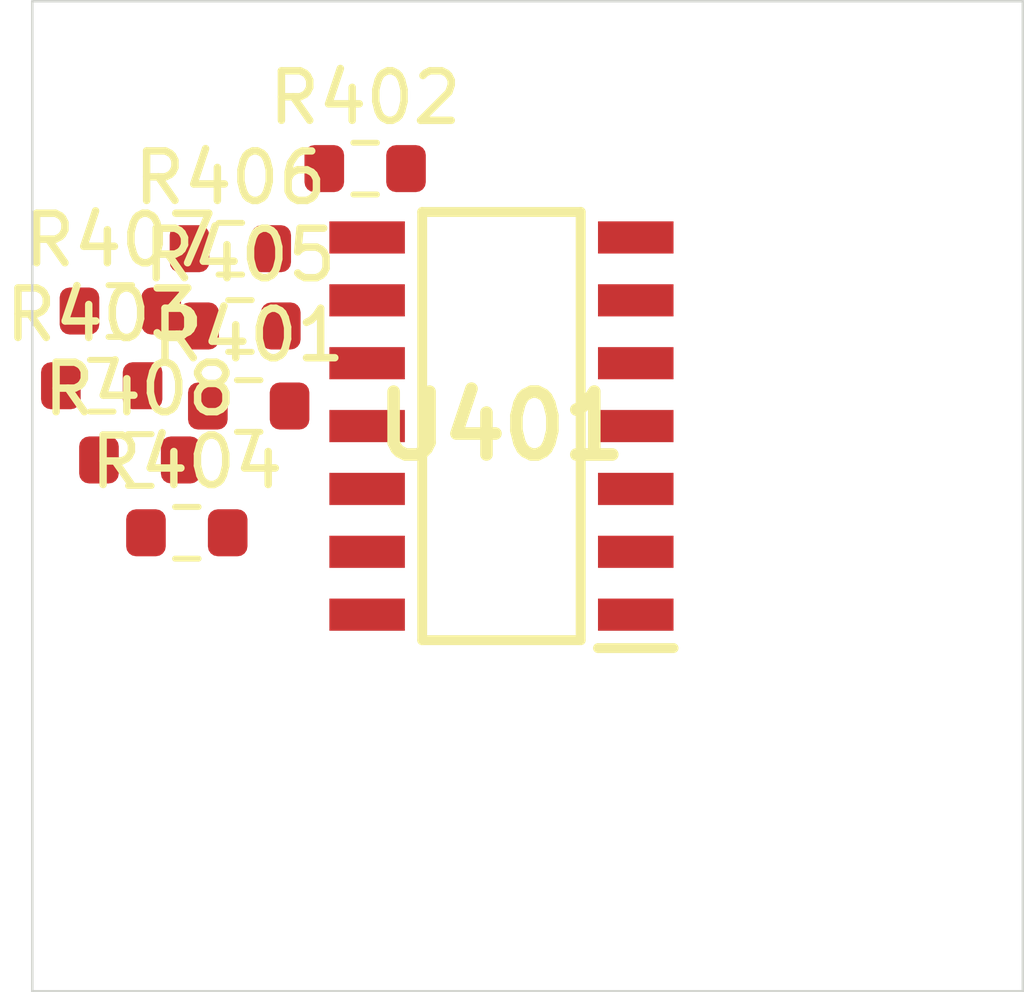
<source format=kicad_pcb>
 ( kicad_pcb  ( version 20171130 )
 ( host pcbnew 5.1.12-84ad8e8a86~92~ubuntu18.04.1 )
 ( general  ( thickness 1.6 )
 ( drawings 4 )
 ( tracks 0 )
 ( zones 0 )
 ( modules 9 )
 ( nets 14 )
)
 ( page A4 )
 ( layers  ( 0 F.Cu signal )
 ( 31 B.Cu signal )
 ( 32 B.Adhes user )
 ( 33 F.Adhes user )
 ( 34 B.Paste user )
 ( 35 F.Paste user )
 ( 36 B.SilkS user )
 ( 37 F.SilkS user )
 ( 38 B.Mask user )
 ( 39 F.Mask user )
 ( 40 Dwgs.User user )
 ( 41 Cmts.User user )
 ( 42 Eco1.User user )
 ( 43 Eco2.User user )
 ( 44 Edge.Cuts user )
 ( 45 Margin user )
 ( 46 B.CrtYd user )
 ( 47 F.CrtYd user )
 ( 48 B.Fab user )
 ( 49 F.Fab user )
)
 ( setup  ( last_trace_width 0.25 )
 ( trace_clearance 0.2 )
 ( zone_clearance 0.508 )
 ( zone_45_only no )
 ( trace_min 0.2 )
 ( via_size 0.8 )
 ( via_drill 0.4 )
 ( via_min_size 0.4 )
 ( via_min_drill 0.3 )
 ( uvia_size 0.3 )
 ( uvia_drill 0.1 )
 ( uvias_allowed no )
 ( uvia_min_size 0.2 )
 ( uvia_min_drill 0.1 )
 ( edge_width 0.05 )
 ( segment_width 0.2 )
 ( pcb_text_width 0.3 )
 ( pcb_text_size 1.5 1.5 )
 ( mod_edge_width 0.12 )
 ( mod_text_size 1 1 )
 ( mod_text_width 0.15 )
 ( pad_size 1.524 1.524 )
 ( pad_drill 0.762 )
 ( pad_to_mask_clearance 0 )
 ( aux_axis_origin 0 0 )
 ( visible_elements FFFFFF7F )
 ( pcbplotparams  ( layerselection 0x010fc_ffffffff )
 ( usegerberextensions false )
 ( usegerberattributes true )
 ( usegerberadvancedattributes true )
 ( creategerberjobfile true )
 ( excludeedgelayer true )
 ( linewidth 0.100000 )
 ( plotframeref false )
 ( viasonmask false )
 ( mode 1 )
 ( useauxorigin false )
 ( hpglpennumber 1 )
 ( hpglpenspeed 20 )
 ( hpglpendiameter 15.000000 )
 ( psnegative false )
 ( psa4output false )
 ( plotreference true )
 ( plotvalue true )
 ( plotinvisibletext false )
 ( padsonsilk false )
 ( subtractmaskfromsilk false )
 ( outputformat 1 )
 ( mirror false )
 ( drillshape 1 )
 ( scaleselection 1 )
 ( outputdirectory "" )
)
)
 ( net 0 "" )
 ( net 1 /Sheet6235D886/vp )
 ( net 2 /Sheet6248AD22/chn0 )
 ( net 3 /Sheet6248AD22/chn1 )
 ( net 4 /Sheet6248AD22/chn2 )
 ( net 5 /Sheet6248AD22/chn3 )
 ( net 6 "Net-(R401-Pad2)" )
 ( net 7 "Net-(R402-Pad2)" )
 ( net 8 "Net-(R403-Pad2)" )
 ( net 9 "Net-(R404-Pad2)" )
 ( net 10 /Sheet6248AD22/chn0_n )
 ( net 11 /Sheet6248AD22/chn1_n )
 ( net 12 /Sheet6248AD22/chn2_n )
 ( net 13 /Sheet6248AD22/chn3_n )
 ( net_class Default "This is the default net class."  ( clearance 0.2 )
 ( trace_width 0.25 )
 ( via_dia 0.8 )
 ( via_drill 0.4 )
 ( uvia_dia 0.3 )
 ( uvia_drill 0.1 )
 ( add_net /Sheet6235D886/vp )
 ( add_net /Sheet6248AD22/chn0 )
 ( add_net /Sheet6248AD22/chn0_n )
 ( add_net /Sheet6248AD22/chn1 )
 ( add_net /Sheet6248AD22/chn1_n )
 ( add_net /Sheet6248AD22/chn2 )
 ( add_net /Sheet6248AD22/chn2_n )
 ( add_net /Sheet6248AD22/chn3 )
 ( add_net /Sheet6248AD22/chn3_n )
 ( add_net "Net-(R401-Pad2)" )
 ( add_net "Net-(R402-Pad2)" )
 ( add_net "Net-(R403-Pad2)" )
 ( add_net "Net-(R404-Pad2)" )
)
 ( module Resistor_SMD:R_0603_1608Metric  ( layer F.Cu )
 ( tedit 5F68FEEE )
 ( tstamp 623425C8 )
 ( at 84.369800 108.177000 )
 ( descr "Resistor SMD 0603 (1608 Metric), square (rectangular) end terminal, IPC_7351 nominal, (Body size source: IPC-SM-782 page 72, https://www.pcb-3d.com/wordpress/wp-content/uploads/ipc-sm-782a_amendment_1_and_2.pdf), generated with kicad-footprint-generator" )
 ( tags resistor )
 ( path /6248AD23/6249ADFD )
 ( attr smd )
 ( fp_text reference R401  ( at 0 -1.43 )
 ( layer F.SilkS )
 ( effects  ( font  ( size 1 1 )
 ( thickness 0.15 )
)
)
)
 ( fp_text value 10M  ( at 0 1.43 )
 ( layer F.Fab )
 ( effects  ( font  ( size 1 1 )
 ( thickness 0.15 )
)
)
)
 ( fp_line  ( start -0.8 0.4125 )
 ( end -0.8 -0.4125 )
 ( layer F.Fab )
 ( width 0.1 )
)
 ( fp_line  ( start -0.8 -0.4125 )
 ( end 0.8 -0.4125 )
 ( layer F.Fab )
 ( width 0.1 )
)
 ( fp_line  ( start 0.8 -0.4125 )
 ( end 0.8 0.4125 )
 ( layer F.Fab )
 ( width 0.1 )
)
 ( fp_line  ( start 0.8 0.4125 )
 ( end -0.8 0.4125 )
 ( layer F.Fab )
 ( width 0.1 )
)
 ( fp_line  ( start -0.237258 -0.5225 )
 ( end 0.237258 -0.5225 )
 ( layer F.SilkS )
 ( width 0.12 )
)
 ( fp_line  ( start -0.237258 0.5225 )
 ( end 0.237258 0.5225 )
 ( layer F.SilkS )
 ( width 0.12 )
)
 ( fp_line  ( start -1.48 0.73 )
 ( end -1.48 -0.73 )
 ( layer F.CrtYd )
 ( width 0.05 )
)
 ( fp_line  ( start -1.48 -0.73 )
 ( end 1.48 -0.73 )
 ( layer F.CrtYd )
 ( width 0.05 )
)
 ( fp_line  ( start 1.48 -0.73 )
 ( end 1.48 0.73 )
 ( layer F.CrtYd )
 ( width 0.05 )
)
 ( fp_line  ( start 1.48 0.73 )
 ( end -1.48 0.73 )
 ( layer F.CrtYd )
 ( width 0.05 )
)
 ( fp_text user %R  ( at 0 0 )
 ( layer F.Fab )
 ( effects  ( font  ( size 0.4 0.4 )
 ( thickness 0.06 )
)
)
)
 ( pad 2 smd roundrect  ( at 0.825 0 )
 ( size 0.8 0.95 )
 ( layers F.Cu F.Mask F.Paste )
 ( roundrect_rratio 0.25 )
 ( net 6 "Net-(R401-Pad2)" )
)
 ( pad 1 smd roundrect  ( at -0.825 0 )
 ( size 0.8 0.95 )
 ( layers F.Cu F.Mask F.Paste )
 ( roundrect_rratio 0.25 )
 ( net 10 /Sheet6248AD22/chn0_n )
)
 ( model ${KISYS3DMOD}/Resistor_SMD.3dshapes/R_0603_1608Metric.wrl  ( at  ( xyz 0 0 0 )
)
 ( scale  ( xyz 1 1 1 )
)
 ( rotate  ( xyz 0 0 0 )
)
)
)
 ( module Resistor_SMD:R_0603_1608Metric  ( layer F.Cu )
 ( tedit 5F68FEEE )
 ( tstamp 623425D9 )
 ( at 86.721000 103.381000 )
 ( descr "Resistor SMD 0603 (1608 Metric), square (rectangular) end terminal, IPC_7351 nominal, (Body size source: IPC-SM-782 page 72, https://www.pcb-3d.com/wordpress/wp-content/uploads/ipc-sm-782a_amendment_1_and_2.pdf), generated with kicad-footprint-generator" )
 ( tags resistor )
 ( path /6248AD23/6249B75E )
 ( attr smd )
 ( fp_text reference R402  ( at 0 -1.43 )
 ( layer F.SilkS )
 ( effects  ( font  ( size 1 1 )
 ( thickness 0.15 )
)
)
)
 ( fp_text value 10M  ( at 0 1.43 )
 ( layer F.Fab )
 ( effects  ( font  ( size 1 1 )
 ( thickness 0.15 )
)
)
)
 ( fp_line  ( start 1.48 0.73 )
 ( end -1.48 0.73 )
 ( layer F.CrtYd )
 ( width 0.05 )
)
 ( fp_line  ( start 1.48 -0.73 )
 ( end 1.48 0.73 )
 ( layer F.CrtYd )
 ( width 0.05 )
)
 ( fp_line  ( start -1.48 -0.73 )
 ( end 1.48 -0.73 )
 ( layer F.CrtYd )
 ( width 0.05 )
)
 ( fp_line  ( start -1.48 0.73 )
 ( end -1.48 -0.73 )
 ( layer F.CrtYd )
 ( width 0.05 )
)
 ( fp_line  ( start -0.237258 0.5225 )
 ( end 0.237258 0.5225 )
 ( layer F.SilkS )
 ( width 0.12 )
)
 ( fp_line  ( start -0.237258 -0.5225 )
 ( end 0.237258 -0.5225 )
 ( layer F.SilkS )
 ( width 0.12 )
)
 ( fp_line  ( start 0.8 0.4125 )
 ( end -0.8 0.4125 )
 ( layer F.Fab )
 ( width 0.1 )
)
 ( fp_line  ( start 0.8 -0.4125 )
 ( end 0.8 0.4125 )
 ( layer F.Fab )
 ( width 0.1 )
)
 ( fp_line  ( start -0.8 -0.4125 )
 ( end 0.8 -0.4125 )
 ( layer F.Fab )
 ( width 0.1 )
)
 ( fp_line  ( start -0.8 0.4125 )
 ( end -0.8 -0.4125 )
 ( layer F.Fab )
 ( width 0.1 )
)
 ( fp_text user %R  ( at 0 0 )
 ( layer F.Fab )
 ( effects  ( font  ( size 0.4 0.4 )
 ( thickness 0.06 )
)
)
)
 ( pad 1 smd roundrect  ( at -0.825 0 )
 ( size 0.8 0.95 )
 ( layers F.Cu F.Mask F.Paste )
 ( roundrect_rratio 0.25 )
 ( net 11 /Sheet6248AD22/chn1_n )
)
 ( pad 2 smd roundrect  ( at 0.825 0 )
 ( size 0.8 0.95 )
 ( layers F.Cu F.Mask F.Paste )
 ( roundrect_rratio 0.25 )
 ( net 7 "Net-(R402-Pad2)" )
)
 ( model ${KISYS3DMOD}/Resistor_SMD.3dshapes/R_0603_1608Metric.wrl  ( at  ( xyz 0 0 0 )
)
 ( scale  ( xyz 1 1 1 )
)
 ( rotate  ( xyz 0 0 0 )
)
)
)
 ( module Resistor_SMD:R_0603_1608Metric  ( layer F.Cu )
 ( tedit 5F68FEEE )
 ( tstamp 623425EA )
 ( at 81.401900 107.767000 )
 ( descr "Resistor SMD 0603 (1608 Metric), square (rectangular) end terminal, IPC_7351 nominal, (Body size source: IPC-SM-782 page 72, https://www.pcb-3d.com/wordpress/wp-content/uploads/ipc-sm-782a_amendment_1_and_2.pdf), generated with kicad-footprint-generator" )
 ( tags resistor )
 ( path /6248AD23/6249FB7A )
 ( attr smd )
 ( fp_text reference R403  ( at 0 -1.43 )
 ( layer F.SilkS )
 ( effects  ( font  ( size 1 1 )
 ( thickness 0.15 )
)
)
)
 ( fp_text value 10M  ( at 0 1.43 )
 ( layer F.Fab )
 ( effects  ( font  ( size 1 1 )
 ( thickness 0.15 )
)
)
)
 ( fp_line  ( start 1.48 0.73 )
 ( end -1.48 0.73 )
 ( layer F.CrtYd )
 ( width 0.05 )
)
 ( fp_line  ( start 1.48 -0.73 )
 ( end 1.48 0.73 )
 ( layer F.CrtYd )
 ( width 0.05 )
)
 ( fp_line  ( start -1.48 -0.73 )
 ( end 1.48 -0.73 )
 ( layer F.CrtYd )
 ( width 0.05 )
)
 ( fp_line  ( start -1.48 0.73 )
 ( end -1.48 -0.73 )
 ( layer F.CrtYd )
 ( width 0.05 )
)
 ( fp_line  ( start -0.237258 0.5225 )
 ( end 0.237258 0.5225 )
 ( layer F.SilkS )
 ( width 0.12 )
)
 ( fp_line  ( start -0.237258 -0.5225 )
 ( end 0.237258 -0.5225 )
 ( layer F.SilkS )
 ( width 0.12 )
)
 ( fp_line  ( start 0.8 0.4125 )
 ( end -0.8 0.4125 )
 ( layer F.Fab )
 ( width 0.1 )
)
 ( fp_line  ( start 0.8 -0.4125 )
 ( end 0.8 0.4125 )
 ( layer F.Fab )
 ( width 0.1 )
)
 ( fp_line  ( start -0.8 -0.4125 )
 ( end 0.8 -0.4125 )
 ( layer F.Fab )
 ( width 0.1 )
)
 ( fp_line  ( start -0.8 0.4125 )
 ( end -0.8 -0.4125 )
 ( layer F.Fab )
 ( width 0.1 )
)
 ( fp_text user %R  ( at 0 0 )
 ( layer F.Fab )
 ( effects  ( font  ( size 0.4 0.4 )
 ( thickness 0.06 )
)
)
)
 ( pad 1 smd roundrect  ( at -0.825 0 )
 ( size 0.8 0.95 )
 ( layers F.Cu F.Mask F.Paste )
 ( roundrect_rratio 0.25 )
 ( net 12 /Sheet6248AD22/chn2_n )
)
 ( pad 2 smd roundrect  ( at 0.825 0 )
 ( size 0.8 0.95 )
 ( layers F.Cu F.Mask F.Paste )
 ( roundrect_rratio 0.25 )
 ( net 8 "Net-(R403-Pad2)" )
)
 ( model ${KISYS3DMOD}/Resistor_SMD.3dshapes/R_0603_1608Metric.wrl  ( at  ( xyz 0 0 0 )
)
 ( scale  ( xyz 1 1 1 )
)
 ( rotate  ( xyz 0 0 0 )
)
)
)
 ( module Resistor_SMD:R_0603_1608Metric  ( layer F.Cu )
 ( tedit 5F68FEEE )
 ( tstamp 623425FB )
 ( at 83.120500 110.738000 )
 ( descr "Resistor SMD 0603 (1608 Metric), square (rectangular) end terminal, IPC_7351 nominal, (Body size source: IPC-SM-782 page 72, https://www.pcb-3d.com/wordpress/wp-content/uploads/ipc-sm-782a_amendment_1_and_2.pdf), generated with kicad-footprint-generator" )
 ( tags resistor )
 ( path /6248AD23/6249FB74 )
 ( attr smd )
 ( fp_text reference R404  ( at 0 -1.43 )
 ( layer F.SilkS )
 ( effects  ( font  ( size 1 1 )
 ( thickness 0.15 )
)
)
)
 ( fp_text value 10M  ( at 0 1.43 )
 ( layer F.Fab )
 ( effects  ( font  ( size 1 1 )
 ( thickness 0.15 )
)
)
)
 ( fp_line  ( start -0.8 0.4125 )
 ( end -0.8 -0.4125 )
 ( layer F.Fab )
 ( width 0.1 )
)
 ( fp_line  ( start -0.8 -0.4125 )
 ( end 0.8 -0.4125 )
 ( layer F.Fab )
 ( width 0.1 )
)
 ( fp_line  ( start 0.8 -0.4125 )
 ( end 0.8 0.4125 )
 ( layer F.Fab )
 ( width 0.1 )
)
 ( fp_line  ( start 0.8 0.4125 )
 ( end -0.8 0.4125 )
 ( layer F.Fab )
 ( width 0.1 )
)
 ( fp_line  ( start -0.237258 -0.5225 )
 ( end 0.237258 -0.5225 )
 ( layer F.SilkS )
 ( width 0.12 )
)
 ( fp_line  ( start -0.237258 0.5225 )
 ( end 0.237258 0.5225 )
 ( layer F.SilkS )
 ( width 0.12 )
)
 ( fp_line  ( start -1.48 0.73 )
 ( end -1.48 -0.73 )
 ( layer F.CrtYd )
 ( width 0.05 )
)
 ( fp_line  ( start -1.48 -0.73 )
 ( end 1.48 -0.73 )
 ( layer F.CrtYd )
 ( width 0.05 )
)
 ( fp_line  ( start 1.48 -0.73 )
 ( end 1.48 0.73 )
 ( layer F.CrtYd )
 ( width 0.05 )
)
 ( fp_line  ( start 1.48 0.73 )
 ( end -1.48 0.73 )
 ( layer F.CrtYd )
 ( width 0.05 )
)
 ( fp_text user %R  ( at 0 0 )
 ( layer F.Fab )
 ( effects  ( font  ( size 0.4 0.4 )
 ( thickness 0.06 )
)
)
)
 ( pad 2 smd roundrect  ( at 0.825 0 )
 ( size 0.8 0.95 )
 ( layers F.Cu F.Mask F.Paste )
 ( roundrect_rratio 0.25 )
 ( net 9 "Net-(R404-Pad2)" )
)
 ( pad 1 smd roundrect  ( at -0.825 0 )
 ( size 0.8 0.95 )
 ( layers F.Cu F.Mask F.Paste )
 ( roundrect_rratio 0.25 )
 ( net 13 /Sheet6248AD22/chn3_n )
)
 ( model ${KISYS3DMOD}/Resistor_SMD.3dshapes/R_0603_1608Metric.wrl  ( at  ( xyz 0 0 0 )
)
 ( scale  ( xyz 1 1 1 )
)
 ( rotate  ( xyz 0 0 0 )
)
)
)
 ( module Resistor_SMD:R_0603_1608Metric  ( layer F.Cu )
 ( tedit 5F68FEEE )
 ( tstamp 6234260C )
 ( at 84.193000 106.560000 )
 ( descr "Resistor SMD 0603 (1608 Metric), square (rectangular) end terminal, IPC_7351 nominal, (Body size source: IPC-SM-782 page 72, https://www.pcb-3d.com/wordpress/wp-content/uploads/ipc-sm-782a_amendment_1_and_2.pdf), generated with kicad-footprint-generator" )
 ( tags resistor )
 ( path /6248AD23/62497F62 )
 ( attr smd )
 ( fp_text reference R405  ( at 0 -1.43 )
 ( layer F.SilkS )
 ( effects  ( font  ( size 1 1 )
 ( thickness 0.15 )
)
)
)
 ( fp_text value 750k  ( at 0 1.43 )
 ( layer F.Fab )
 ( effects  ( font  ( size 1 1 )
 ( thickness 0.15 )
)
)
)
 ( fp_line  ( start -0.8 0.4125 )
 ( end -0.8 -0.4125 )
 ( layer F.Fab )
 ( width 0.1 )
)
 ( fp_line  ( start -0.8 -0.4125 )
 ( end 0.8 -0.4125 )
 ( layer F.Fab )
 ( width 0.1 )
)
 ( fp_line  ( start 0.8 -0.4125 )
 ( end 0.8 0.4125 )
 ( layer F.Fab )
 ( width 0.1 )
)
 ( fp_line  ( start 0.8 0.4125 )
 ( end -0.8 0.4125 )
 ( layer F.Fab )
 ( width 0.1 )
)
 ( fp_line  ( start -0.237258 -0.5225 )
 ( end 0.237258 -0.5225 )
 ( layer F.SilkS )
 ( width 0.12 )
)
 ( fp_line  ( start -0.237258 0.5225 )
 ( end 0.237258 0.5225 )
 ( layer F.SilkS )
 ( width 0.12 )
)
 ( fp_line  ( start -1.48 0.73 )
 ( end -1.48 -0.73 )
 ( layer F.CrtYd )
 ( width 0.05 )
)
 ( fp_line  ( start -1.48 -0.73 )
 ( end 1.48 -0.73 )
 ( layer F.CrtYd )
 ( width 0.05 )
)
 ( fp_line  ( start 1.48 -0.73 )
 ( end 1.48 0.73 )
 ( layer F.CrtYd )
 ( width 0.05 )
)
 ( fp_line  ( start 1.48 0.73 )
 ( end -1.48 0.73 )
 ( layer F.CrtYd )
 ( width 0.05 )
)
 ( fp_text user %R  ( at 0 0 )
 ( layer F.Fab )
 ( effects  ( font  ( size 0.4 0.4 )
 ( thickness 0.06 )
)
)
)
 ( pad 2 smd roundrect  ( at 0.825 0 )
 ( size 0.8 0.95 )
 ( layers F.Cu F.Mask F.Paste )
 ( roundrect_rratio 0.25 )
 ( net 6 "Net-(R401-Pad2)" )
)
 ( pad 1 smd roundrect  ( at -0.825 0 )
 ( size 0.8 0.95 )
 ( layers F.Cu F.Mask F.Paste )
 ( roundrect_rratio 0.25 )
 ( net 1 /Sheet6235D886/vp )
)
 ( model ${KISYS3DMOD}/Resistor_SMD.3dshapes/R_0603_1608Metric.wrl  ( at  ( xyz 0 0 0 )
)
 ( scale  ( xyz 1 1 1 )
)
 ( rotate  ( xyz 0 0 0 )
)
)
)
 ( module Resistor_SMD:R_0603_1608Metric  ( layer F.Cu )
 ( tedit 5F68FEEE )
 ( tstamp 6234261D )
 ( at 83.999300 104.999000 )
 ( descr "Resistor SMD 0603 (1608 Metric), square (rectangular) end terminal, IPC_7351 nominal, (Body size source: IPC-SM-782 page 72, https://www.pcb-3d.com/wordpress/wp-content/uploads/ipc-sm-782a_amendment_1_and_2.pdf), generated with kicad-footprint-generator" )
 ( tags resistor )
 ( path /6248AD23/62499098 )
 ( attr smd )
 ( fp_text reference R406  ( at 0 -1.43 )
 ( layer F.SilkS )
 ( effects  ( font  ( size 1 1 )
 ( thickness 0.15 )
)
)
)
 ( fp_text value 750k  ( at 0 1.43 )
 ( layer F.Fab )
 ( effects  ( font  ( size 1 1 )
 ( thickness 0.15 )
)
)
)
 ( fp_line  ( start 1.48 0.73 )
 ( end -1.48 0.73 )
 ( layer F.CrtYd )
 ( width 0.05 )
)
 ( fp_line  ( start 1.48 -0.73 )
 ( end 1.48 0.73 )
 ( layer F.CrtYd )
 ( width 0.05 )
)
 ( fp_line  ( start -1.48 -0.73 )
 ( end 1.48 -0.73 )
 ( layer F.CrtYd )
 ( width 0.05 )
)
 ( fp_line  ( start -1.48 0.73 )
 ( end -1.48 -0.73 )
 ( layer F.CrtYd )
 ( width 0.05 )
)
 ( fp_line  ( start -0.237258 0.5225 )
 ( end 0.237258 0.5225 )
 ( layer F.SilkS )
 ( width 0.12 )
)
 ( fp_line  ( start -0.237258 -0.5225 )
 ( end 0.237258 -0.5225 )
 ( layer F.SilkS )
 ( width 0.12 )
)
 ( fp_line  ( start 0.8 0.4125 )
 ( end -0.8 0.4125 )
 ( layer F.Fab )
 ( width 0.1 )
)
 ( fp_line  ( start 0.8 -0.4125 )
 ( end 0.8 0.4125 )
 ( layer F.Fab )
 ( width 0.1 )
)
 ( fp_line  ( start -0.8 -0.4125 )
 ( end 0.8 -0.4125 )
 ( layer F.Fab )
 ( width 0.1 )
)
 ( fp_line  ( start -0.8 0.4125 )
 ( end -0.8 -0.4125 )
 ( layer F.Fab )
 ( width 0.1 )
)
 ( fp_text user %R  ( at 0 0 )
 ( layer F.Fab )
 ( effects  ( font  ( size 0.4 0.4 )
 ( thickness 0.06 )
)
)
)
 ( pad 1 smd roundrect  ( at -0.825 0 )
 ( size 0.8 0.95 )
 ( layers F.Cu F.Mask F.Paste )
 ( roundrect_rratio 0.25 )
 ( net 1 /Sheet6235D886/vp )
)
 ( pad 2 smd roundrect  ( at 0.825 0 )
 ( size 0.8 0.95 )
 ( layers F.Cu F.Mask F.Paste )
 ( roundrect_rratio 0.25 )
 ( net 7 "Net-(R402-Pad2)" )
)
 ( model ${KISYS3DMOD}/Resistor_SMD.3dshapes/R_0603_1608Metric.wrl  ( at  ( xyz 0 0 0 )
)
 ( scale  ( xyz 1 1 1 )
)
 ( rotate  ( xyz 0 0 0 )
)
)
)
 ( module Resistor_SMD:R_0603_1608Metric  ( layer F.Cu )
 ( tedit 5F68FEEE )
 ( tstamp 6234262E )
 ( at 81.778000 106.258000 )
 ( descr "Resistor SMD 0603 (1608 Metric), square (rectangular) end terminal, IPC_7351 nominal, (Body size source: IPC-SM-782 page 72, https://www.pcb-3d.com/wordpress/wp-content/uploads/ipc-sm-782a_amendment_1_and_2.pdf), generated with kicad-footprint-generator" )
 ( tags resistor )
 ( path /6248AD23/624A0FFB )
 ( attr smd )
 ( fp_text reference R407  ( at 0 -1.43 )
 ( layer F.SilkS )
 ( effects  ( font  ( size 1 1 )
 ( thickness 0.15 )
)
)
)
 ( fp_text value 1.5M  ( at 0 1.43 )
 ( layer F.Fab )
 ( effects  ( font  ( size 1 1 )
 ( thickness 0.15 )
)
)
)
 ( fp_line  ( start 1.48 0.73 )
 ( end -1.48 0.73 )
 ( layer F.CrtYd )
 ( width 0.05 )
)
 ( fp_line  ( start 1.48 -0.73 )
 ( end 1.48 0.73 )
 ( layer F.CrtYd )
 ( width 0.05 )
)
 ( fp_line  ( start -1.48 -0.73 )
 ( end 1.48 -0.73 )
 ( layer F.CrtYd )
 ( width 0.05 )
)
 ( fp_line  ( start -1.48 0.73 )
 ( end -1.48 -0.73 )
 ( layer F.CrtYd )
 ( width 0.05 )
)
 ( fp_line  ( start -0.237258 0.5225 )
 ( end 0.237258 0.5225 )
 ( layer F.SilkS )
 ( width 0.12 )
)
 ( fp_line  ( start -0.237258 -0.5225 )
 ( end 0.237258 -0.5225 )
 ( layer F.SilkS )
 ( width 0.12 )
)
 ( fp_line  ( start 0.8 0.4125 )
 ( end -0.8 0.4125 )
 ( layer F.Fab )
 ( width 0.1 )
)
 ( fp_line  ( start 0.8 -0.4125 )
 ( end 0.8 0.4125 )
 ( layer F.Fab )
 ( width 0.1 )
)
 ( fp_line  ( start -0.8 -0.4125 )
 ( end 0.8 -0.4125 )
 ( layer F.Fab )
 ( width 0.1 )
)
 ( fp_line  ( start -0.8 0.4125 )
 ( end -0.8 -0.4125 )
 ( layer F.Fab )
 ( width 0.1 )
)
 ( fp_text user %R  ( at 0 0 )
 ( layer F.Fab )
 ( effects  ( font  ( size 0.4 0.4 )
 ( thickness 0.06 )
)
)
)
 ( pad 1 smd roundrect  ( at -0.825 0 )
 ( size 0.8 0.95 )
 ( layers F.Cu F.Mask F.Paste )
 ( roundrect_rratio 0.25 )
 ( net 1 /Sheet6235D886/vp )
)
 ( pad 2 smd roundrect  ( at 0.825 0 )
 ( size 0.8 0.95 )
 ( layers F.Cu F.Mask F.Paste )
 ( roundrect_rratio 0.25 )
 ( net 8 "Net-(R403-Pad2)" )
)
 ( model ${KISYS3DMOD}/Resistor_SMD.3dshapes/R_0603_1608Metric.wrl  ( at  ( xyz 0 0 0 )
)
 ( scale  ( xyz 1 1 1 )
)
 ( rotate  ( xyz 0 0 0 )
)
)
)
 ( module Resistor_SMD:R_0603_1608Metric  ( layer F.Cu )
 ( tedit 5F68FEEE )
 ( tstamp 6234263F )
 ( at 82.171400 109.267000 )
 ( descr "Resistor SMD 0603 (1608 Metric), square (rectangular) end terminal, IPC_7351 nominal, (Body size source: IPC-SM-782 page 72, https://www.pcb-3d.com/wordpress/wp-content/uploads/ipc-sm-782a_amendment_1_and_2.pdf), generated with kicad-footprint-generator" )
 ( tags resistor )
 ( path /6248AD23/624A093C )
 ( attr smd )
 ( fp_text reference R408  ( at 0 -1.43 )
 ( layer F.SilkS )
 ( effects  ( font  ( size 1 1 )
 ( thickness 0.15 )
)
)
)
 ( fp_text value 1.5M  ( at 0 1.43 )
 ( layer F.Fab )
 ( effects  ( font  ( size 1 1 )
 ( thickness 0.15 )
)
)
)
 ( fp_line  ( start -0.8 0.4125 )
 ( end -0.8 -0.4125 )
 ( layer F.Fab )
 ( width 0.1 )
)
 ( fp_line  ( start -0.8 -0.4125 )
 ( end 0.8 -0.4125 )
 ( layer F.Fab )
 ( width 0.1 )
)
 ( fp_line  ( start 0.8 -0.4125 )
 ( end 0.8 0.4125 )
 ( layer F.Fab )
 ( width 0.1 )
)
 ( fp_line  ( start 0.8 0.4125 )
 ( end -0.8 0.4125 )
 ( layer F.Fab )
 ( width 0.1 )
)
 ( fp_line  ( start -0.237258 -0.5225 )
 ( end 0.237258 -0.5225 )
 ( layer F.SilkS )
 ( width 0.12 )
)
 ( fp_line  ( start -0.237258 0.5225 )
 ( end 0.237258 0.5225 )
 ( layer F.SilkS )
 ( width 0.12 )
)
 ( fp_line  ( start -1.48 0.73 )
 ( end -1.48 -0.73 )
 ( layer F.CrtYd )
 ( width 0.05 )
)
 ( fp_line  ( start -1.48 -0.73 )
 ( end 1.48 -0.73 )
 ( layer F.CrtYd )
 ( width 0.05 )
)
 ( fp_line  ( start 1.48 -0.73 )
 ( end 1.48 0.73 )
 ( layer F.CrtYd )
 ( width 0.05 )
)
 ( fp_line  ( start 1.48 0.73 )
 ( end -1.48 0.73 )
 ( layer F.CrtYd )
 ( width 0.05 )
)
 ( fp_text user %R  ( at 0 0 )
 ( layer F.Fab )
 ( effects  ( font  ( size 0.4 0.4 )
 ( thickness 0.06 )
)
)
)
 ( pad 2 smd roundrect  ( at 0.825 0 )
 ( size 0.8 0.95 )
 ( layers F.Cu F.Mask F.Paste )
 ( roundrect_rratio 0.25 )
 ( net 9 "Net-(R404-Pad2)" )
)
 ( pad 1 smd roundrect  ( at -0.825 0 )
 ( size 0.8 0.95 )
 ( layers F.Cu F.Mask F.Paste )
 ( roundrect_rratio 0.25 )
 ( net 1 /Sheet6235D886/vp )
)
 ( model ${KISYS3DMOD}/Resistor_SMD.3dshapes/R_0603_1608Metric.wrl  ( at  ( xyz 0 0 0 )
)
 ( scale  ( xyz 1 1 1 )
)
 ( rotate  ( xyz 0 0 0 )
)
)
)
 ( module TL074HIDR:SOIC127P600X175-14N locked  ( layer F.Cu )
 ( tedit 62336F37 )
 ( tstamp 62342709 )
 ( at 89.472900 108.582000 180.000000 )
 ( descr "D (-R-PDSO-G14)" )
 ( tags "Integrated Circuit" )
 ( path /6248AD23/624976B2 )
 ( attr smd )
 ( fp_text reference U401  ( at 0 0 )
 ( layer F.SilkS )
 ( effects  ( font  ( size 1.27 1.27 )
 ( thickness 0.254 )
)
)
)
 ( fp_text value TL074  ( at 0 0 )
 ( layer F.SilkS )
hide  ( effects  ( font  ( size 1.27 1.27 )
 ( thickness 0.254 )
)
)
)
 ( fp_line  ( start -3.725 -4.625 )
 ( end 3.725 -4.625 )
 ( layer Dwgs.User )
 ( width 0.05 )
)
 ( fp_line  ( start 3.725 -4.625 )
 ( end 3.725 4.625 )
 ( layer Dwgs.User )
 ( width 0.05 )
)
 ( fp_line  ( start 3.725 4.625 )
 ( end -3.725 4.625 )
 ( layer Dwgs.User )
 ( width 0.05 )
)
 ( fp_line  ( start -3.725 4.625 )
 ( end -3.725 -4.625 )
 ( layer Dwgs.User )
 ( width 0.05 )
)
 ( fp_line  ( start -1.95 -4.325 )
 ( end 1.95 -4.325 )
 ( layer Dwgs.User )
 ( width 0.1 )
)
 ( fp_line  ( start 1.95 -4.325 )
 ( end 1.95 4.325 )
 ( layer Dwgs.User )
 ( width 0.1 )
)
 ( fp_line  ( start 1.95 4.325 )
 ( end -1.95 4.325 )
 ( layer Dwgs.User )
 ( width 0.1 )
)
 ( fp_line  ( start -1.95 4.325 )
 ( end -1.95 -4.325 )
 ( layer Dwgs.User )
 ( width 0.1 )
)
 ( fp_line  ( start -1.95 -3.055 )
 ( end -0.68 -4.325 )
 ( layer Dwgs.User )
 ( width 0.1 )
)
 ( fp_line  ( start -1.6 -4.325 )
 ( end 1.6 -4.325 )
 ( layer F.SilkS )
 ( width 0.2 )
)
 ( fp_line  ( start 1.6 -4.325 )
 ( end 1.6 4.325 )
 ( layer F.SilkS )
 ( width 0.2 )
)
 ( fp_line  ( start 1.6 4.325 )
 ( end -1.6 4.325 )
 ( layer F.SilkS )
 ( width 0.2 )
)
 ( fp_line  ( start -1.6 4.325 )
 ( end -1.6 -4.325 )
 ( layer F.SilkS )
 ( width 0.2 )
)
 ( fp_line  ( start -3.475 -4.485 )
 ( end -1.95 -4.485 )
 ( layer F.SilkS )
 ( width 0.2 )
)
 ( pad 1 smd rect  ( at -2.712 -3.81 270.000000 )
 ( size 0.65 1.525 )
 ( layers F.Cu F.Mask F.Paste )
 ( net 2 /Sheet6248AD22/chn0 )
)
 ( pad 2 smd rect  ( at -2.712 -2.54 270.000000 )
 ( size 0.65 1.525 )
 ( layers F.Cu F.Mask F.Paste )
 ( net 2 /Sheet6248AD22/chn0 )
)
 ( pad 3 smd rect  ( at -2.712 -1.27 270.000000 )
 ( size 0.65 1.525 )
 ( layers F.Cu F.Mask F.Paste )
 ( net 6 "Net-(R401-Pad2)" )
)
 ( pad 4 smd rect  ( at -2.712 0 270.000000 )
 ( size 0.65 1.525 )
 ( layers F.Cu F.Mask F.Paste )
)
 ( pad 5 smd rect  ( at -2.712 1.27 270.000000 )
 ( size 0.65 1.525 )
 ( layers F.Cu F.Mask F.Paste )
 ( net 7 "Net-(R402-Pad2)" )
)
 ( pad 6 smd rect  ( at -2.712 2.54 270.000000 )
 ( size 0.65 1.525 )
 ( layers F.Cu F.Mask F.Paste )
 ( net 3 /Sheet6248AD22/chn1 )
)
 ( pad 7 smd rect  ( at -2.712 3.81 270.000000 )
 ( size 0.65 1.525 )
 ( layers F.Cu F.Mask F.Paste )
 ( net 3 /Sheet6248AD22/chn1 )
)
 ( pad 8 smd rect  ( at 2.712 3.81 270.000000 )
 ( size 0.65 1.525 )
 ( layers F.Cu F.Mask F.Paste )
 ( net 4 /Sheet6248AD22/chn2 )
)
 ( pad 9 smd rect  ( at 2.712 2.54 270.000000 )
 ( size 0.65 1.525 )
 ( layers F.Cu F.Mask F.Paste )
 ( net 4 /Sheet6248AD22/chn2 )
)
 ( pad 10 smd rect  ( at 2.712 1.27 270.000000 )
 ( size 0.65 1.525 )
 ( layers F.Cu F.Mask F.Paste )
 ( net 8 "Net-(R403-Pad2)" )
)
 ( pad 11 smd rect  ( at 2.712 0 270.000000 )
 ( size 0.65 1.525 )
 ( layers F.Cu F.Mask F.Paste )
)
 ( pad 12 smd rect  ( at 2.712 -1.27 270.000000 )
 ( size 0.65 1.525 )
 ( layers F.Cu F.Mask F.Paste )
 ( net 9 "Net-(R404-Pad2)" )
)
 ( pad 13 smd rect  ( at 2.712 -2.54 270.000000 )
 ( size 0.65 1.525 )
 ( layers F.Cu F.Mask F.Paste )
 ( net 5 /Sheet6248AD22/chn3 )
)
 ( pad 14 smd rect  ( at 2.712 -3.81 270.000000 )
 ( size 0.65 1.525 )
 ( layers F.Cu F.Mask F.Paste )
 ( net 5 /Sheet6248AD22/chn3 )
)
)
 ( gr_line  ( start 100 100 )
 ( end 100 120 )
 ( layer Edge.Cuts )
 ( width 0.05 )
 ( tstamp 62E76D2A )
)
 ( gr_line  ( start 80 120 )
 ( end 100 120 )
 ( layer Edge.Cuts )
 ( width 0.05 )
 ( tstamp 62E76D27 )
)
 ( gr_line  ( start 80 100 )
 ( end 80 120 )
 ( layer Edge.Cuts )
 ( width 0.05 )
 ( tstamp 6234110C )
)
 ( gr_line  ( start 80 100 )
 ( end 100 100 )
 ( layer Edge.Cuts )
 ( width 0.05 )
)
)

</source>
